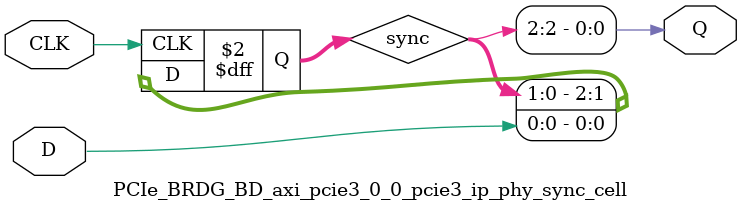
<source format=v>





`timescale 1ps / 1ps



//-------------------------------------------------------------------------------------------------
//  Synchronizer Library Module
//-------------------------------------------------------------------------------------------------
module PCIe_BRDG_BD_axi_pcie3_0_0_pcie3_ip_phy_sync_cell #
(
    parameter integer STAGE = 2
)
(
    //-------------------------------------------------------------------------- 
    //  Input Ports
    //-------------------------------------------------------------------------- 
    input                               CLK,
    input                               D,
    
    //-------------------------------------------------------------------------- 
    //  Output Ports
    //-------------------------------------------------------------------------- 
    output                              Q
);

    //-------------------------------------------------------------------------- 
    //  Synchronized Signals
    //--------------------------------------------------------------------------  
    (* KEEP = "TRUE", ASYNC_REG = "TRUE", SHIFT_EXTRACT = "NO" *) reg [STAGE:0] sync;                                                            



//--------------------------------------------------------------------------------------------------
//  Synchronizier
//--------------------------------------------------------------------------------------------------
always @ (posedge CLK)
begin

    sync <= {sync[(STAGE-1):0], D};
            
end   



//--------------------------------------------------------------------------------------------------
//  Generate Output
//--------------------------------------------------------------------------------------------------
assign Q = sync[STAGE];


endmodule


</source>
